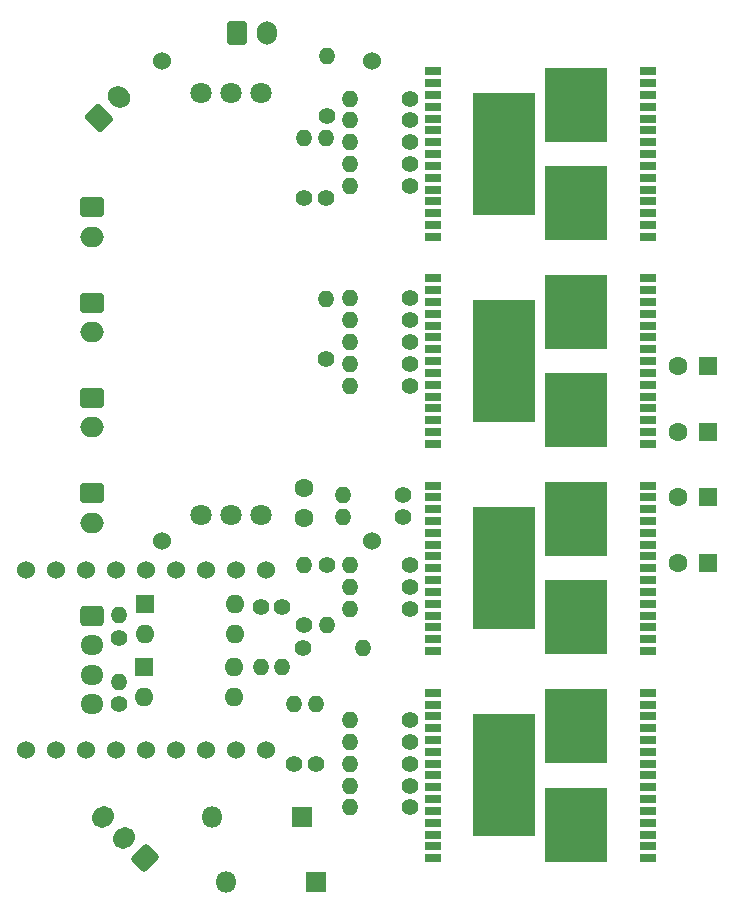
<source format=gbr>
%TF.GenerationSoftware,KiCad,Pcbnew,7.0.9*%
%TF.CreationDate,2024-06-15T23:05:37+09:00*%
%TF.ProjectId,Drive,44726976-652e-46b6-9963-61645f706362,rev?*%
%TF.SameCoordinates,Original*%
%TF.FileFunction,Soldermask,Top*%
%TF.FilePolarity,Negative*%
%FSLAX46Y46*%
G04 Gerber Fmt 4.6, Leading zero omitted, Abs format (unit mm)*
G04 Created by KiCad (PCBNEW 7.0.9) date 2024-06-15 23:05:37*
%MOMM*%
%LPD*%
G01*
G04 APERTURE LIST*
G04 Aperture macros list*
%AMRoundRect*
0 Rectangle with rounded corners*
0 $1 Rounding radius*
0 $2 $3 $4 $5 $6 $7 $8 $9 X,Y pos of 4 corners*
0 Add a 4 corners polygon primitive as box body*
4,1,4,$2,$3,$4,$5,$6,$7,$8,$9,$2,$3,0*
0 Add four circle primitives for the rounded corners*
1,1,$1+$1,$2,$3*
1,1,$1+$1,$4,$5*
1,1,$1+$1,$6,$7*
1,1,$1+$1,$8,$9*
0 Add four rect primitives between the rounded corners*
20,1,$1+$1,$2,$3,$4,$5,0*
20,1,$1+$1,$4,$5,$6,$7,0*
20,1,$1+$1,$6,$7,$8,$9,0*
20,1,$1+$1,$8,$9,$2,$3,0*%
%AMHorizOval*
0 Thick line with rounded ends*
0 $1 width*
0 $2 $3 position (X,Y) of the first rounded end (center of the circle)*
0 $4 $5 position (X,Y) of the second rounded end (center of the circle)*
0 Add line between two ends*
20,1,$1,$2,$3,$4,$5,0*
0 Add two circle primitives to create the rounded ends*
1,1,$1,$2,$3*
1,1,$1,$4,$5*%
%AMFreePoly0*
4,1,37,-2.000000,3.000000,-1.984315,3.176420,-1.928653,3.370950,-1.834972,3.550293,-1.707107,3.707107,-1.550293,3.834972,-1.370950,3.928653,-1.176420,3.984315,-1.000000,4.000000,1.000000,4.000000,1.176420,3.984315,1.370950,3.928653,1.550293,3.834972,1.707107,3.707107,1.834972,3.550293,1.928653,3.370950,1.984315,3.176420,2.000000,3.000000,2.000000,-3.000000,1.984315,-3.176420,
1.928653,-3.370950,1.834972,-3.550293,1.707107,-3.707107,1.550293,-3.834972,1.370950,-3.928653,1.176420,-3.984315,1.000000,-4.000000,-1.000000,-4.000000,-1.176420,-3.984315,-1.370950,-3.928653,-1.550293,-3.834972,-1.707107,-3.707107,-1.834972,-3.550293,-1.928653,-3.370950,-1.984315,-3.176420,-2.000000,-3.000000,-2.000000,3.000000,-2.000000,3.000000,$1*%
%AMFreePoly1*
4,1,37,-1.750000,1.875000,-1.741990,1.993125,-1.696327,2.176741,-1.612259,2.346247,-1.493718,2.493718,-1.346247,2.612259,-1.176741,2.696327,-0.993125,2.741990,-0.875000,2.750000,0.875000,2.750000,0.993125,2.741990,1.176741,2.696327,1.346247,2.612259,1.493718,2.493718,1.612259,2.346247,1.696327,2.176741,1.741990,1.993125,1.750000,1.875000,1.750000,-1.875000,1.741990,-1.993125,
1.696327,-2.176741,1.612259,-2.346247,1.493718,-2.493718,1.346247,-2.612259,1.176741,-2.696327,0.993125,-2.741990,0.875000,-2.750000,-0.875000,-2.750000,-0.993125,-2.741990,-1.176741,-2.696327,-1.346247,-2.612259,-1.493718,-2.493718,-1.612259,-2.346247,-1.696327,-2.176741,-1.741990,-1.993125,-1.750000,-1.875000,-1.750000,1.875000,-1.750000,1.875000,$1*%
G04 Aperture macros list end*
%ADD10RoundRect,0.250000X0.936916X0.088388X0.088388X0.936916X-0.936916X-0.088388X-0.088388X-0.936916X0*%
%ADD11HorizOval,1.700000X0.088388X0.088388X-0.088388X-0.088388X0*%
%ADD12FreePoly0,0.000000*%
%ADD13R,1.600000X1.600000*%
%ADD14C,1.600000*%
%ADD15C,1.400000*%
%ADD16O,1.400000X1.400000*%
%ADD17FreePoly1,0.000000*%
%ADD18RoundRect,0.250000X-0.600000X-0.750000X0.600000X-0.750000X0.600000X0.750000X-0.600000X0.750000X0*%
%ADD19O,1.700000X2.000000*%
%ADD20C,1.800000*%
%ADD21RoundRect,0.250000X0.106066X-0.954594X0.954594X-0.106066X-0.106066X0.954594X-0.954594X0.106066X0*%
%ADD22HorizOval,1.700000X-0.106066X0.106066X0.106066X-0.106066X0*%
%ADD23R,1.350000X0.660000*%
%ADD24R,5.250000X10.300000*%
%ADD25R,5.250000X6.230000*%
%ADD26O,1.600000X1.600000*%
%ADD27C,1.524000*%
%ADD28R,1.800000X1.800000*%
%ADD29O,1.800000X1.800000*%
%ADD30RoundRect,0.250000X-0.750000X0.600000X-0.750000X-0.600000X0.750000X-0.600000X0.750000X0.600000X0*%
%ADD31O,2.000000X1.700000*%
%ADD32RoundRect,0.250000X-0.725000X0.600000X-0.725000X-0.600000X0.725000X-0.600000X0.725000X0.600000X0*%
%ADD33O,1.950000X1.700000*%
G04 APERTURE END LIST*
D10*
%TO.C,J1*%
X124053600Y-120904000D03*
D11*
X122285833Y-119136233D03*
X120518066Y-117368466D03*
%TD*%
D12*
%TO.C,*%
X154482800Y-113842800D03*
%TD*%
D13*
%TO.C,C4*%
X171689913Y-90322400D03*
D14*
X169189913Y-90322400D03*
%TD*%
D15*
%TO.C,R25*%
X146507200Y-112877600D03*
D16*
X141427200Y-112877600D03*
%TD*%
D15*
%TO.C,R23*%
X146507200Y-109169200D03*
D16*
X141427200Y-109169200D03*
%TD*%
D15*
%TO.C,R33*%
X139395200Y-65024000D03*
D16*
X139395200Y-59944000D03*
%TD*%
D17*
%TO.C,*%
X160629600Y-65430400D03*
%TD*%
D15*
%TO.C,R5*%
X146507200Y-60274200D03*
D16*
X141427200Y-60274200D03*
%TD*%
D18*
%TO.C,C6*%
X131851400Y-51054000D03*
D19*
X134351400Y-51054000D03*
%TD*%
D17*
%TO.C,*%
X160578800Y-82956400D03*
%TD*%
D12*
%TO.C,*%
X154482800Y-61315600D03*
%TD*%
D20*
%TO.C,Q1*%
X131292600Y-91800800D03*
X128752600Y-91800800D03*
X133832600Y-91800800D03*
%TD*%
D15*
%TO.C,R12*%
X146481800Y-79044800D03*
D16*
X141401800Y-79044800D03*
%TD*%
D15*
%TO.C,R22*%
X146507200Y-111023400D03*
D16*
X141427200Y-111023400D03*
%TD*%
D15*
%TO.C,R13*%
X139420600Y-96037400D03*
D16*
X139420600Y-101117400D03*
%TD*%
D21*
%TO.C,J3*%
X120116600Y-58216800D03*
D22*
X121884367Y-56449033D03*
%TD*%
D15*
%TO.C,R24*%
X146507200Y-116586000D03*
D16*
X141427200Y-116586000D03*
%TD*%
D15*
%TO.C,R6*%
X146507200Y-62128400D03*
D16*
X141427200Y-62128400D03*
%TD*%
D23*
%TO.C,U3*%
X148399400Y-71790200D03*
X148399400Y-72790200D03*
X148399400Y-73790200D03*
X148399400Y-74790200D03*
X148399400Y-75790200D03*
X148399400Y-76790200D03*
X148399400Y-77790200D03*
X148399400Y-78790200D03*
X148399400Y-79790200D03*
X148399400Y-80790200D03*
X148399400Y-81790200D03*
X148399400Y-82790200D03*
X148399400Y-83790200D03*
X148399400Y-84790200D03*
X148399400Y-85790200D03*
X166649400Y-85790200D03*
X166649400Y-84790200D03*
X166649400Y-83790200D03*
X166649400Y-82790200D03*
X166649400Y-81790200D03*
X166649400Y-80790200D03*
X166649400Y-79790200D03*
X166649400Y-78790200D03*
X166649400Y-77790200D03*
X166649400Y-76790200D03*
X166649400Y-75790200D03*
X166649400Y-74790200D03*
X166649400Y-73790200D03*
X166649400Y-72790200D03*
X166649400Y-71790200D03*
D24*
X154474400Y-78790200D03*
D25*
X160574400Y-82955200D03*
X160574400Y-74625200D03*
%TD*%
D12*
%TO.C,*%
X154508200Y-78740000D03*
%TD*%
D15*
%TO.C,R28*%
X146507200Y-114731800D03*
D16*
X141427200Y-114731800D03*
%TD*%
D12*
%TO.C,*%
X154457400Y-96418400D03*
%TD*%
D17*
%TO.C,*%
X160578800Y-92151200D03*
%TD*%
D15*
%TO.C,R31*%
X133841200Y-99593400D03*
D16*
X133841200Y-104673400D03*
%TD*%
D13*
%TO.C,U6*%
X124012800Y-99334400D03*
D26*
X124012800Y-101874400D03*
X131632800Y-101874400D03*
X131632800Y-99334400D03*
%TD*%
D27*
%TO.C,U1*%
X114019000Y-111709200D03*
X116559000Y-111709200D03*
X119099000Y-111709200D03*
X121639000Y-111709200D03*
X124179000Y-111709200D03*
X126719000Y-111709200D03*
X129259000Y-111709200D03*
X131799000Y-111709200D03*
X134339000Y-111709200D03*
X134339000Y-96469200D03*
X131799000Y-96469200D03*
X129259000Y-96469200D03*
X126719000Y-96469200D03*
X124179000Y-96469200D03*
X121639000Y-96469200D03*
X119099000Y-96469200D03*
X116559000Y-96469200D03*
X114019000Y-96469200D03*
%TD*%
D15*
%TO.C,R7*%
X139344400Y-78587600D03*
D16*
X139344400Y-73507600D03*
%TD*%
D17*
%TO.C,*%
X160502600Y-118084600D03*
%TD*%
D15*
%TO.C,R10*%
X146481800Y-80899000D03*
D16*
X141401800Y-80899000D03*
%TD*%
D15*
%TO.C,R18*%
X146507200Y-97891600D03*
D16*
X141427200Y-97891600D03*
%TD*%
D28*
%TO.C,D1*%
X138557000Y-122859800D03*
D29*
X130937000Y-122859800D03*
%TD*%
D20*
%TO.C,Q2*%
X131292600Y-56083200D03*
X133832600Y-56083200D03*
X128752600Y-56083200D03*
%TD*%
D15*
%TO.C,R17*%
X146507200Y-96037400D03*
D16*
X141427200Y-96037400D03*
%TD*%
D15*
%TO.C,R20*%
X121843800Y-107848400D03*
D16*
X121843800Y-105948400D03*
%TD*%
D17*
%TO.C,*%
X160553400Y-100558600D03*
%TD*%
D15*
%TO.C,R9*%
X146481800Y-73482200D03*
D16*
X141401800Y-73482200D03*
%TD*%
D17*
%TO.C,*%
X160655000Y-57023000D03*
%TD*%
D13*
%TO.C,C1*%
X171689913Y-79248000D03*
D14*
X169189913Y-79248000D03*
%TD*%
D30*
%TO.C,J5*%
X119604200Y-73836000D03*
D31*
X119604200Y-76336000D03*
%TD*%
D23*
%TO.C,U5*%
X148399400Y-89330600D03*
X148399400Y-90330600D03*
X148399400Y-91330600D03*
X148399400Y-92330600D03*
X148399400Y-93330600D03*
X148399400Y-94330600D03*
X148399400Y-95330600D03*
X148399400Y-96330600D03*
X148399400Y-97330600D03*
X148399400Y-98330600D03*
X148399400Y-99330600D03*
X148399400Y-100330600D03*
X148399400Y-101330600D03*
X148399400Y-102330600D03*
X148399400Y-103330600D03*
X166649400Y-103330600D03*
X166649400Y-102330600D03*
X166649400Y-101330600D03*
X166649400Y-100330600D03*
X166649400Y-99330600D03*
X166649400Y-98330600D03*
X166649400Y-97330600D03*
X166649400Y-96330600D03*
X166649400Y-95330600D03*
X166649400Y-94330600D03*
X166649400Y-93330600D03*
X166649400Y-92330600D03*
X166649400Y-91330600D03*
X166649400Y-90330600D03*
X166649400Y-89330600D03*
D24*
X154474400Y-96330600D03*
D25*
X160574400Y-100495600D03*
X160574400Y-92165600D03*
%TD*%
D13*
%TO.C,U7*%
X124007400Y-104668400D03*
D26*
X124007400Y-107208400D03*
X131627400Y-107208400D03*
X131627400Y-104668400D03*
%TD*%
D13*
%TO.C,C5*%
X171689913Y-95859600D03*
D14*
X169189913Y-95859600D03*
%TD*%
D30*
%TO.C,J4*%
X119604200Y-65755200D03*
D31*
X119604200Y-68255200D03*
%TD*%
D30*
%TO.C,J6*%
X119604200Y-81887800D03*
D31*
X119604200Y-84387800D03*
%TD*%
D15*
%TO.C,R15*%
X145897600Y-90144600D03*
D16*
X140817600Y-90144600D03*
%TD*%
D13*
%TO.C,C2*%
X171689913Y-84785200D03*
D14*
X169189913Y-84785200D03*
%TD*%
D15*
%TO.C,R1*%
X139420600Y-58039000D03*
D16*
X139420600Y-52959000D03*
%TD*%
D23*
%TO.C,U8*%
X148405800Y-106872200D03*
X148405800Y-107872200D03*
X148405800Y-108872200D03*
X148405800Y-109872200D03*
X148405800Y-110872200D03*
X148405800Y-111872200D03*
X148405800Y-112872200D03*
X148405800Y-113872200D03*
X148405800Y-114872200D03*
X148405800Y-115872200D03*
X148405800Y-116872200D03*
X148405800Y-117872200D03*
X148405800Y-118872200D03*
X148405800Y-119872200D03*
X148405800Y-120872200D03*
X166655800Y-120872200D03*
X166655800Y-119872200D03*
X166655800Y-118872200D03*
X166655800Y-117872200D03*
X166655800Y-116872200D03*
X166655800Y-115872200D03*
X166655800Y-114872200D03*
X166655800Y-113872200D03*
X166655800Y-112872200D03*
X166655800Y-111872200D03*
X166655800Y-110872200D03*
X166655800Y-109872200D03*
X166655800Y-108872200D03*
X166655800Y-107872200D03*
X166655800Y-106872200D03*
D24*
X154480800Y-113872200D03*
D25*
X160580800Y-118037200D03*
X160580800Y-109707200D03*
%TD*%
D15*
%TO.C,R19*%
X121843800Y-102200200D03*
D16*
X121843800Y-100300200D03*
%TD*%
D28*
%TO.C,D2*%
X137312400Y-117373400D03*
D29*
X129692400Y-117373400D03*
%TD*%
D15*
%TO.C,R32*%
X137515600Y-65024000D03*
D16*
X137515600Y-59944000D03*
%TD*%
D15*
%TO.C,R2*%
X146507200Y-58420000D03*
D16*
X141427200Y-58420000D03*
%TD*%
D15*
%TO.C,R14*%
X145897600Y-91998800D03*
D16*
X140817600Y-91998800D03*
%TD*%
D17*
%TO.C,*%
X160604200Y-74549000D03*
%TD*%
D15*
%TO.C,R30*%
X135686800Y-99593400D03*
D16*
X135686800Y-104673400D03*
%TD*%
D30*
%TO.C,J7*%
X119604200Y-89965000D03*
D31*
X119604200Y-92465000D03*
%TD*%
D23*
%TO.C,U2*%
X148399400Y-54264200D03*
X148399400Y-55264200D03*
X148399400Y-56264200D03*
X148399400Y-57264200D03*
X148399400Y-58264200D03*
X148399400Y-59264200D03*
X148399400Y-60264200D03*
X148399400Y-61264200D03*
X148399400Y-62264200D03*
X148399400Y-63264200D03*
X148399400Y-64264200D03*
X148399400Y-65264200D03*
X148399400Y-66264200D03*
X148399400Y-67264200D03*
X148399400Y-68264200D03*
X166649400Y-68264200D03*
X166649400Y-67264200D03*
X166649400Y-66264200D03*
X166649400Y-65264200D03*
X166649400Y-64264200D03*
X166649400Y-63264200D03*
X166649400Y-62264200D03*
X166649400Y-61264200D03*
X166649400Y-60264200D03*
X166649400Y-59264200D03*
X166649400Y-58264200D03*
X166649400Y-57264200D03*
X166649400Y-56264200D03*
X166649400Y-55264200D03*
X166649400Y-54264200D03*
D24*
X154474400Y-61264200D03*
D25*
X160574400Y-65429200D03*
X160574400Y-57099200D03*
%TD*%
D14*
%TO.C,C3*%
X137515600Y-92075000D03*
X137515600Y-89575000D03*
%TD*%
D15*
%TO.C,R26*%
X137541000Y-101117400D03*
D16*
X137541000Y-96037400D03*
%TD*%
D17*
%TO.C,*%
X160528000Y-109677200D03*
%TD*%
D15*
%TO.C,R11*%
X146481800Y-77190600D03*
D16*
X141401800Y-77190600D03*
%TD*%
D32*
%TO.C,J2*%
X119583200Y-100348200D03*
D33*
X119583200Y-102848200D03*
X119583200Y-105348200D03*
X119583200Y-107848200D03*
%TD*%
D15*
%TO.C,R4*%
X146507200Y-63982600D03*
D16*
X141427200Y-63982600D03*
%TD*%
D15*
%TO.C,R21*%
X138531600Y-112877600D03*
D16*
X138531600Y-107797600D03*
%TD*%
D15*
%TO.C,R3*%
X146507200Y-56565800D03*
D16*
X141427200Y-56565800D03*
%TD*%
D15*
%TO.C,R8*%
X146481800Y-75336400D03*
D16*
X141401800Y-75336400D03*
%TD*%
D27*
%TO.C,U4*%
X143306800Y-53416200D03*
X125526800Y-53416200D03*
X143306800Y-94056200D03*
X125526800Y-94056200D03*
%TD*%
D15*
%TO.C,R27*%
X136652000Y-112877600D03*
D16*
X136652000Y-107797600D03*
%TD*%
D15*
%TO.C,R29*%
X137439400Y-103124000D03*
D16*
X142519400Y-103124000D03*
%TD*%
D15*
%TO.C,R16*%
X146507200Y-99745800D03*
D16*
X141427200Y-99745800D03*
%TD*%
M02*

</source>
